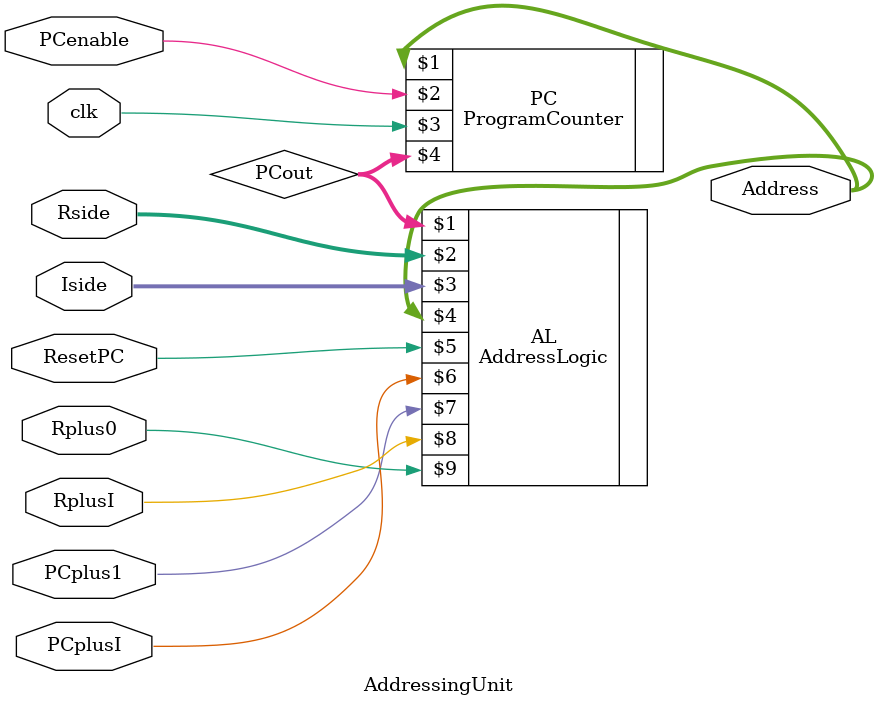
<source format=v>


`timescale 1 ns /1 ns

module AddressingUnit (
	Rside, Iside, Address, clk, ResetPC, PCplusI, PCplus1, RplusI, Rplus0, PCenable
);
input [15:0] Rside;
input [7:0] Iside;
input ResetPC, PCplusI, PCplus1, RplusI, Rplus0, PCenable;
input clk;
output [15:0] Address;
wire [15:0] PCout;

	ProgramCounter PC (Address, PCenable, clk, PCout);
	AddressLogic AL (PCout, Rside, Iside, Address, ResetPC, PCplusI, PCplus1, RplusI, Rplus0);

endmodule
</source>
